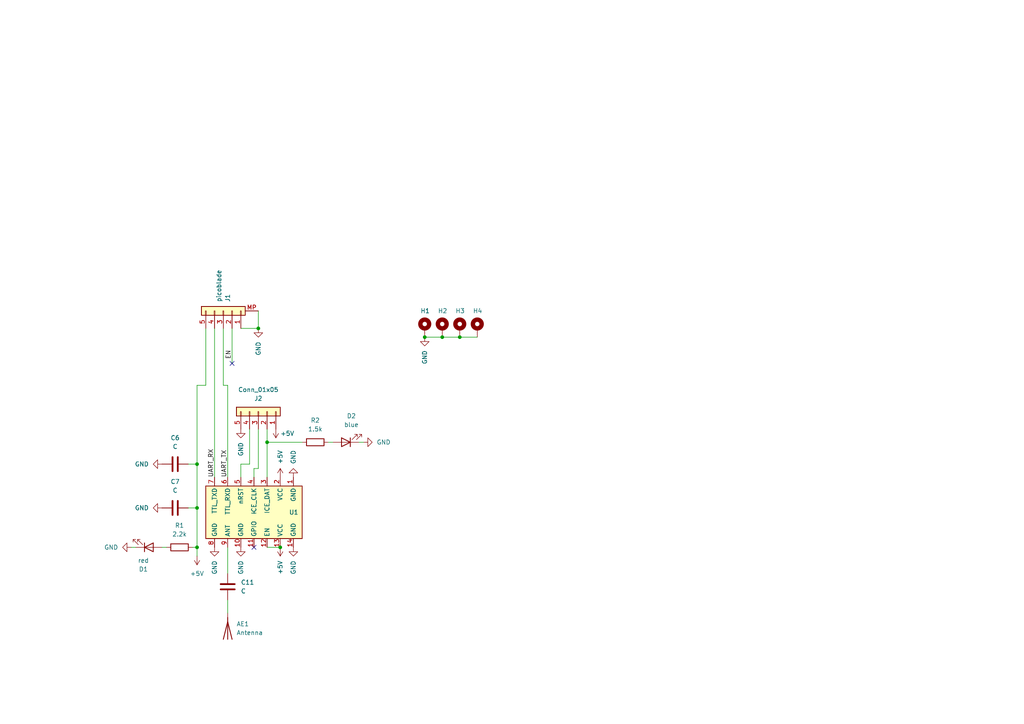
<source format=kicad_sch>
(kicad_sch (version 20230121) (generator eeschema)

  (uuid 057aacfa-f1e4-4456-b429-057d9e3da096)

  (paper "A4")

  (lib_symbols
    (symbol "Conn_01x05_1" (pin_names (offset 1.016) hide) (in_bom yes) (on_board yes)
      (property "Reference" "J" (at 0 7.62 0)
        (effects (font (size 1.27 1.27)))
      )
      (property "Value" "Conn_01x05" (at 0 -7.62 0)
        (effects (font (size 1.27 1.27)))
      )
      (property "Footprint" "" (at 0 0 0)
        (effects (font (size 1.27 1.27)) hide)
      )
      (property "Datasheet" "~" (at 0 0 0)
        (effects (font (size 1.27 1.27)) hide)
      )
      (property "ki_keywords" "connector" (at 0 0 0)
        (effects (font (size 1.27 1.27)) hide)
      )
      (property "ki_description" "Generic connector, single row, 01x05, script generated (kicad-library-utils/schlib/autogen/connector/)" (at 0 0 0)
        (effects (font (size 1.27 1.27)) hide)
      )
      (property "ki_fp_filters" "Connector*:*_1x??_*" (at 0 0 0)
        (effects (font (size 1.27 1.27)) hide)
      )
      (symbol "Conn_01x05_1_1_1"
        (rectangle (start -1.27 -4.953) (end 0 -5.207)
          (stroke (width 0.1524) (type default))
          (fill (type none))
        )
        (rectangle (start -1.27 -2.413) (end 0 -2.667)
          (stroke (width 0.1524) (type default))
          (fill (type none))
        )
        (rectangle (start -1.27 0.127) (end 0 -0.127)
          (stroke (width 0.1524) (type default))
          (fill (type none))
        )
        (rectangle (start -1.27 2.667) (end 0 2.413)
          (stroke (width 0.1524) (type default))
          (fill (type none))
        )
        (rectangle (start -1.27 5.207) (end 0 4.953)
          (stroke (width 0.1524) (type default))
          (fill (type none))
        )
        (rectangle (start -1.27 6.35) (end 1.27 -6.35)
          (stroke (width 0.254) (type default))
          (fill (type background))
        )
        (pin passive line (at -5.08 5.08 0) (length 3.81)
          (name "Pin_1" (effects (font (size 1.27 1.27))))
          (number "1" (effects (font (size 1.27 1.27))))
        )
        (pin passive line (at -5.08 2.54 0) (length 3.81)
          (name "Pin_2" (effects (font (size 1.27 1.27))))
          (number "2" (effects (font (size 1.27 1.27))))
        )
        (pin passive line (at -5.08 0 0) (length 3.81)
          (name "Pin_3" (effects (font (size 1.27 1.27))))
          (number "3" (effects (font (size 1.27 1.27))))
        )
        (pin passive line (at -5.08 -2.54 0) (length 3.81)
          (name "Pin_4" (effects (font (size 1.27 1.27))))
          (number "4" (effects (font (size 1.27 1.27))))
        )
        (pin passive line (at -5.08 -5.08 0) (length 3.81)
          (name "Pin_5" (effects (font (size 1.27 1.27))))
          (number "5" (effects (font (size 1.27 1.27))))
        )
      )
    )
    (symbol "Connector_Generic:Conn_01x05" (pin_names (offset 1.016) hide) (in_bom yes) (on_board yes)
      (property "Reference" "J2" (at 2.54 1.27 0)
        (effects (font (size 1.27 1.27)) (justify left))
      )
      (property "Value" "Conn_01x05" (at 2.54 -1.27 0)
        (effects (font (size 1.27 1.27)) (justify left))
      )
      (property "Footprint" "Connector_Molex:Molex_PicoBlade_53261-0571_1x05-1MP_P1.25mm_Horizontal" (at 0 0 0)
        (effects (font (size 1.27 1.27)) hide)
      )
      (property "Datasheet" "~" (at 0 0 0)
        (effects (font (size 1.27 1.27)) hide)
      )
      (property "ki_keywords" "connector" (at 0 0 0)
        (effects (font (size 1.27 1.27)) hide)
      )
      (property "ki_description" "Generic connector, single row, 01x05, script generated (kicad-library-utils/schlib/autogen/connector/)" (at 0 0 0)
        (effects (font (size 1.27 1.27)) hide)
      )
      (property "ki_fp_filters" "Connector*:*_1x??_*" (at 0 0 0)
        (effects (font (size 1.27 1.27)) hide)
      )
      (symbol "Conn_01x05_1_1"
        (rectangle (start -1.27 -4.953) (end 0 -5.207)
          (stroke (width 0.1524) (type default))
          (fill (type none))
        )
        (rectangle (start -1.27 -2.413) (end 0 -2.667)
          (stroke (width 0.1524) (type default))
          (fill (type none))
        )
        (rectangle (start -1.27 0.127) (end 0 -0.127)
          (stroke (width 0.1524) (type default))
          (fill (type none))
        )
        (rectangle (start -1.27 2.667) (end 0 2.413)
          (stroke (width 0.1524) (type default))
          (fill (type none))
        )
        (rectangle (start -1.27 5.207) (end 0 4.953)
          (stroke (width 0.1524) (type default))
          (fill (type none))
        )
        (rectangle (start -1.27 6.35) (end 1.27 -6.35)
          (stroke (width 0.254) (type default))
          (fill (type background))
        )
        (pin passive line (at -5.08 5.08 0) (length 3.81)
          (name "Pin_1" (effects (font (size 1.27 1.27))))
          (number "1" (effects (font (size 1.27 1.27))))
        )
        (pin passive line (at -5.08 2.54 0) (length 3.81)
          (name "Pin_2" (effects (font (size 1.27 1.27))))
          (number "2" (effects (font (size 1.27 1.27))))
        )
        (pin passive line (at -5.08 0 0) (length 3.81)
          (name "Pin_3" (effects (font (size 1.27 1.27))))
          (number "3" (effects (font (size 1.27 1.27))))
        )
        (pin passive line (at -5.08 -2.54 0) (length 3.81)
          (name "Pin_4" (effects (font (size 1.27 1.27))))
          (number "4" (effects (font (size 1.27 1.27))))
        )
        (pin passive line (at -5.08 -5.08 0) (length 3.81)
          (name "Pin_5" (effects (font (size 1.27 1.27))))
          (number "5" (effects (font (size 1.27 1.27))))
        )
        (pin input line (at 0 10.16 270) (length 3.81)
          (name "MP" (effects (font (size 1.27 1.27))))
          (number "MP" (effects (font (size 1.27 1.27))))
        )
      )
    )
    (symbol "Device:Antenna" (pin_numbers hide) (pin_names (offset 1.016) hide) (in_bom yes) (on_board yes)
      (property "Reference" "AE" (at -1.905 1.905 0)
        (effects (font (size 1.27 1.27)) (justify right))
      )
      (property "Value" "Antenna" (at -1.905 0 0)
        (effects (font (size 1.27 1.27)) (justify right))
      )
      (property "Footprint" "" (at 0 0 0)
        (effects (font (size 1.27 1.27)) hide)
      )
      (property "Datasheet" "~" (at 0 0 0)
        (effects (font (size 1.27 1.27)) hide)
      )
      (property "ki_keywords" "antenna" (at 0 0 0)
        (effects (font (size 1.27 1.27)) hide)
      )
      (property "ki_description" "Antenna" (at 0 0 0)
        (effects (font (size 1.27 1.27)) hide)
      )
      (symbol "Antenna_0_1"
        (polyline
          (pts
            (xy 0 2.54)
            (xy 0 -3.81)
          )
          (stroke (width 0.254) (type default))
          (fill (type none))
        )
        (polyline
          (pts
            (xy 1.27 2.54)
            (xy 0 -2.54)
            (xy -1.27 2.54)
          )
          (stroke (width 0.254) (type default))
          (fill (type none))
        )
      )
      (symbol "Antenna_1_1"
        (pin input line (at 0 -5.08 90) (length 2.54)
          (name "A" (effects (font (size 1.27 1.27))))
          (number "1" (effects (font (size 1.27 1.27))))
        )
      )
    )
    (symbol "Device:C" (pin_numbers hide) (pin_names (offset 0.254)) (in_bom yes) (on_board yes)
      (property "Reference" "C" (at 0.635 2.54 0)
        (effects (font (size 1.27 1.27)) (justify left))
      )
      (property "Value" "C" (at 0.635 -2.54 0)
        (effects (font (size 1.27 1.27)) (justify left))
      )
      (property "Footprint" "" (at 0.9652 -3.81 0)
        (effects (font (size 1.27 1.27)) hide)
      )
      (property "Datasheet" "~" (at 0 0 0)
        (effects (font (size 1.27 1.27)) hide)
      )
      (property "ki_keywords" "cap capacitor" (at 0 0 0)
        (effects (font (size 1.27 1.27)) hide)
      )
      (property "ki_description" "Unpolarized capacitor" (at 0 0 0)
        (effects (font (size 1.27 1.27)) hide)
      )
      (property "ki_fp_filters" "C_*" (at 0 0 0)
        (effects (font (size 1.27 1.27)) hide)
      )
      (symbol "C_0_1"
        (polyline
          (pts
            (xy -2.032 -0.762)
            (xy 2.032 -0.762)
          )
          (stroke (width 0.508) (type default))
          (fill (type none))
        )
        (polyline
          (pts
            (xy -2.032 0.762)
            (xy 2.032 0.762)
          )
          (stroke (width 0.508) (type default))
          (fill (type none))
        )
      )
      (symbol "C_1_1"
        (pin passive line (at 0 3.81 270) (length 2.794)
          (name "~" (effects (font (size 1.27 1.27))))
          (number "1" (effects (font (size 1.27 1.27))))
        )
        (pin passive line (at 0 -3.81 90) (length 2.794)
          (name "~" (effects (font (size 1.27 1.27))))
          (number "2" (effects (font (size 1.27 1.27))))
        )
      )
    )
    (symbol "Device:LED" (pin_numbers hide) (pin_names (offset 1.016) hide) (in_bom yes) (on_board yes)
      (property "Reference" "D" (at 0 2.54 0)
        (effects (font (size 1.27 1.27)))
      )
      (property "Value" "LED" (at 0 -2.54 0)
        (effects (font (size 1.27 1.27)))
      )
      (property "Footprint" "" (at 0 0 0)
        (effects (font (size 1.27 1.27)) hide)
      )
      (property "Datasheet" "~" (at 0 0 0)
        (effects (font (size 1.27 1.27)) hide)
      )
      (property "ki_keywords" "LED diode" (at 0 0 0)
        (effects (font (size 1.27 1.27)) hide)
      )
      (property "ki_description" "Light emitting diode" (at 0 0 0)
        (effects (font (size 1.27 1.27)) hide)
      )
      (property "ki_fp_filters" "LED* LED_SMD:* LED_THT:*" (at 0 0 0)
        (effects (font (size 1.27 1.27)) hide)
      )
      (symbol "LED_0_1"
        (polyline
          (pts
            (xy -1.27 -1.27)
            (xy -1.27 1.27)
          )
          (stroke (width 0.254) (type default))
          (fill (type none))
        )
        (polyline
          (pts
            (xy -1.27 0)
            (xy 1.27 0)
          )
          (stroke (width 0) (type default))
          (fill (type none))
        )
        (polyline
          (pts
            (xy 1.27 -1.27)
            (xy 1.27 1.27)
            (xy -1.27 0)
            (xy 1.27 -1.27)
          )
          (stroke (width 0.254) (type default))
          (fill (type none))
        )
        (polyline
          (pts
            (xy -3.048 -0.762)
            (xy -4.572 -2.286)
            (xy -3.81 -2.286)
            (xy -4.572 -2.286)
            (xy -4.572 -1.524)
          )
          (stroke (width 0) (type default))
          (fill (type none))
        )
        (polyline
          (pts
            (xy -1.778 -0.762)
            (xy -3.302 -2.286)
            (xy -2.54 -2.286)
            (xy -3.302 -2.286)
            (xy -3.302 -1.524)
          )
          (stroke (width 0) (type default))
          (fill (type none))
        )
      )
      (symbol "LED_1_1"
        (pin passive line (at -3.81 0 0) (length 2.54)
          (name "K" (effects (font (size 1.27 1.27))))
          (number "1" (effects (font (size 1.27 1.27))))
        )
        (pin passive line (at 3.81 0 180) (length 2.54)
          (name "A" (effects (font (size 1.27 1.27))))
          (number "2" (effects (font (size 1.27 1.27))))
        )
      )
    )
    (symbol "Device:R" (pin_numbers hide) (pin_names (offset 0)) (in_bom yes) (on_board yes)
      (property "Reference" "R" (at 2.032 0 90)
        (effects (font (size 1.27 1.27)))
      )
      (property "Value" "R" (at 0 0 90)
        (effects (font (size 1.27 1.27)))
      )
      (property "Footprint" "" (at -1.778 0 90)
        (effects (font (size 1.27 1.27)) hide)
      )
      (property "Datasheet" "~" (at 0 0 0)
        (effects (font (size 1.27 1.27)) hide)
      )
      (property "ki_keywords" "R res resistor" (at 0 0 0)
        (effects (font (size 1.27 1.27)) hide)
      )
      (property "ki_description" "Resistor" (at 0 0 0)
        (effects (font (size 1.27 1.27)) hide)
      )
      (property "ki_fp_filters" "R_*" (at 0 0 0)
        (effects (font (size 1.27 1.27)) hide)
      )
      (symbol "R_0_1"
        (rectangle (start -1.016 -2.54) (end 1.016 2.54)
          (stroke (width 0.254) (type default))
          (fill (type none))
        )
      )
      (symbol "R_1_1"
        (pin passive line (at 0 3.81 270) (length 1.27)
          (name "~" (effects (font (size 1.27 1.27))))
          (number "1" (effects (font (size 1.27 1.27))))
        )
        (pin passive line (at 0 -3.81 90) (length 1.27)
          (name "~" (effects (font (size 1.27 1.27))))
          (number "2" (effects (font (size 1.27 1.27))))
        )
      )
    )
    (symbol "Mechanical:MountingHole_Pad" (pin_numbers hide) (pin_names (offset 1.016) hide) (in_bom yes) (on_board yes)
      (property "Reference" "H" (at 0 6.35 0)
        (effects (font (size 1.27 1.27)))
      )
      (property "Value" "MountingHole_Pad" (at 0 4.445 0)
        (effects (font (size 1.27 1.27)))
      )
      (property "Footprint" "" (at 0 0 0)
        (effects (font (size 1.27 1.27)) hide)
      )
      (property "Datasheet" "~" (at 0 0 0)
        (effects (font (size 1.27 1.27)) hide)
      )
      (property "ki_keywords" "mounting hole" (at 0 0 0)
        (effects (font (size 1.27 1.27)) hide)
      )
      (property "ki_description" "Mounting Hole with connection" (at 0 0 0)
        (effects (font (size 1.27 1.27)) hide)
      )
      (property "ki_fp_filters" "MountingHole*Pad*" (at 0 0 0)
        (effects (font (size 1.27 1.27)) hide)
      )
      (symbol "MountingHole_Pad_0_1"
        (circle (center 0 1.27) (radius 1.27)
          (stroke (width 1.27) (type default))
          (fill (type none))
        )
      )
      (symbol "MountingHole_Pad_1_1"
        (pin input line (at 0 -2.54 90) (length 2.54)
          (name "1" (effects (font (size 1.27 1.27))))
          (number "1" (effects (font (size 1.27 1.27))))
        )
      )
    )
    (symbol "RFID_NFC_symbols:YRM200" (in_bom yes) (on_board yes)
      (property "Reference" "U" (at 0 11.43 0)
        (effects (font (size 1.27 1.27)))
      )
      (property "Value" "" (at 0 0 0)
        (effects (font (size 1.27 1.27)))
      )
      (property "Footprint" "" (at 0 0 0)
        (effects (font (size 1.27 1.27)) hide)
      )
      (property "Datasheet" "" (at 0 0 0)
        (effects (font (size 1.27 1.27)) hide)
      )
      (symbol "YRM200_1_1"
        (rectangle (start -7.62 13.97) (end 7.62 -13.97)
          (stroke (width 0.254) (type default))
          (fill (type background))
        )
        (pin power_in line (at -10.16 11.43 0) (length 2.54)
          (name "GND" (effects (font (size 1.27 1.27))))
          (number "1" (effects (font (size 1.27 1.27))))
        )
        (pin power_in line (at 10.16 -3.81 180) (length 2.54)
          (name "GND" (effects (font (size 1.27 1.27))))
          (number "10" (effects (font (size 1.27 1.27))))
        )
        (pin tri_state line (at 10.16 0 180) (length 2.54)
          (name "GPIO" (effects (font (size 1.27 1.27))))
          (number "11" (effects (font (size 1.27 1.27))))
        )
        (pin input line (at 10.16 3.81 180) (length 2.54)
          (name "EN" (effects (font (size 1.27 1.27))))
          (number "12" (effects (font (size 1.27 1.27))))
        )
        (pin power_in line (at 10.16 7.62 180) (length 2.54)
          (name "VCC" (effects (font (size 1.27 1.27))))
          (number "13" (effects (font (size 1.27 1.27))))
        )
        (pin power_in line (at 10.16 11.43 180) (length 2.54)
          (name "GND" (effects (font (size 1.27 1.27))))
          (number "14" (effects (font (size 1.27 1.27))))
        )
        (pin power_in line (at -10.16 7.62 0) (length 2.54)
          (name "VCC" (effects (font (size 1.27 1.27))))
          (number "2" (effects (font (size 1.27 1.27))))
        )
        (pin output line (at -10.16 3.81 0) (length 2.54)
          (name "ICE_DAT" (effects (font (size 1.27 1.27))))
          (number "3" (effects (font (size 1.27 1.27))))
          (alternate "status" output line)
        )
        (pin input line (at -10.16 0 0) (length 2.54)
          (name "ICE_CLK" (effects (font (size 1.27 1.27))))
          (number "4" (effects (font (size 1.27 1.27))))
        )
        (pin input line (at -10.16 -3.81 0) (length 2.54)
          (name "nRST" (effects (font (size 1.27 1.27))))
          (number "5" (effects (font (size 1.27 1.27))))
        )
        (pin input line (at -10.16 -7.62 0) (length 2.54)
          (name "TTL_RXD" (effects (font (size 1.27 1.27))))
          (number "6" (effects (font (size 1.27 1.27))))
        )
        (pin output line (at -10.16 -11.43 0) (length 2.54)
          (name "TTL_TXD" (effects (font (size 1.27 1.27))))
          (number "7" (effects (font (size 1.27 1.27))))
        )
        (pin power_in line (at 10.16 -11.43 180) (length 2.54)
          (name "GND" (effects (font (size 1.27 1.27))))
          (number "8" (effects (font (size 1.27 1.27))))
        )
        (pin bidirectional line (at 10.16 -7.62 180) (length 2.54)
          (name "ANT" (effects (font (size 1.27 1.27))))
          (number "9" (effects (font (size 1.27 1.27))))
        )
      )
    )
    (symbol "power:+5V" (power) (pin_names (offset 0)) (in_bom yes) (on_board yes)
      (property "Reference" "#PWR" (at 0 -3.81 0)
        (effects (font (size 1.27 1.27)) hide)
      )
      (property "Value" "+5V" (at 0 3.556 0)
        (effects (font (size 1.27 1.27)))
      )
      (property "Footprint" "" (at 0 0 0)
        (effects (font (size 1.27 1.27)) hide)
      )
      (property "Datasheet" "" (at 0 0 0)
        (effects (font (size 1.27 1.27)) hide)
      )
      (property "ki_keywords" "global power" (at 0 0 0)
        (effects (font (size 1.27 1.27)) hide)
      )
      (property "ki_description" "Power symbol creates a global label with name \"+5V\"" (at 0 0 0)
        (effects (font (size 1.27 1.27)) hide)
      )
      (symbol "+5V_0_1"
        (polyline
          (pts
            (xy -0.762 1.27)
            (xy 0 2.54)
          )
          (stroke (width 0) (type default))
          (fill (type none))
        )
        (polyline
          (pts
            (xy 0 0)
            (xy 0 2.54)
          )
          (stroke (width 0) (type default))
          (fill (type none))
        )
        (polyline
          (pts
            (xy 0 2.54)
            (xy 0.762 1.27)
          )
          (stroke (width 0) (type default))
          (fill (type none))
        )
      )
      (symbol "+5V_1_1"
        (pin power_in line (at 0 0 90) (length 0) hide
          (name "+5V" (effects (font (size 1.27 1.27))))
          (number "1" (effects (font (size 1.27 1.27))))
        )
      )
    )
    (symbol "power:GND" (power) (pin_names (offset 0)) (in_bom yes) (on_board yes)
      (property "Reference" "#PWR" (at 0 -6.35 0)
        (effects (font (size 1.27 1.27)) hide)
      )
      (property "Value" "GND" (at 0 -3.81 0)
        (effects (font (size 1.27 1.27)))
      )
      (property "Footprint" "" (at 0 0 0)
        (effects (font (size 1.27 1.27)) hide)
      )
      (property "Datasheet" "" (at 0 0 0)
        (effects (font (size 1.27 1.27)) hide)
      )
      (property "ki_keywords" "global power" (at 0 0 0)
        (effects (font (size 1.27 1.27)) hide)
      )
      (property "ki_description" "Power symbol creates a global label with name \"GND\" , ground" (at 0 0 0)
        (effects (font (size 1.27 1.27)) hide)
      )
      (symbol "GND_0_1"
        (polyline
          (pts
            (xy 0 0)
            (xy 0 -1.27)
            (xy 1.27 -1.27)
            (xy 0 -2.54)
            (xy -1.27 -1.27)
            (xy 0 -1.27)
          )
          (stroke (width 0) (type default))
          (fill (type none))
        )
      )
      (symbol "GND_1_1"
        (pin power_in line (at 0 0 270) (length 0) hide
          (name "GND" (effects (font (size 1.27 1.27))))
          (number "1" (effects (font (size 1.27 1.27))))
        )
      )
    )
  )

  (junction (at 133.35 97.79) (diameter 0) (color 0 0 0 0)
    (uuid 05efe92e-3d42-45ae-b9e2-02fecc3b16ce)
  )
  (junction (at 77.47 128.27) (diameter 0) (color 0 0 0 0)
    (uuid 0a6a846b-9d1d-4074-9fe7-1f93ca6e3576)
  )
  (junction (at 57.15 147.32) (diameter 0) (color 0 0 0 0)
    (uuid 1573f525-b754-4ad2-9116-9353d3b50993)
  )
  (junction (at 57.15 134.62) (diameter 0) (color 0 0 0 0)
    (uuid 2490a4d0-c84b-4200-9da1-46c9447ebd93)
  )
  (junction (at 74.93 95.25) (diameter 0) (color 0 0 0 0)
    (uuid 8899b3d5-b944-42e7-8b48-cd03fdb507a8)
  )
  (junction (at 128.27 97.79) (diameter 0) (color 0 0 0 0)
    (uuid 9cd629c3-20a5-4eb8-97bd-cb74d3e15e79)
  )
  (junction (at 81.28 158.75) (diameter 0) (color 0 0 0 0)
    (uuid a4325e08-282c-4085-9c70-b26c5cad8365)
  )
  (junction (at 57.15 158.75) (diameter 0) (color 0 0 0 0)
    (uuid b25ed4e6-f9d6-4ce6-aa35-486cfd98124a)
  )
  (junction (at 123.19 97.79) (diameter 0) (color 0 0 0 0)
    (uuid ca8dd296-6573-488d-98b5-3cf8648e9ee5)
  )

  (no_connect (at 73.66 158.75) (uuid 2dd9c8bb-ba74-4877-a57d-a6c5f71a6878))
  (no_connect (at 67.31 105.41) (uuid f766adab-3e5e-413c-a155-ab62b50da82a))

  (wire (pts (xy 73.66 135.89) (xy 73.66 138.43))
    (stroke (width 0) (type default))
    (uuid 0750650c-0f6e-4acf-a375-4c7d7d3deb0f)
  )
  (wire (pts (xy 74.93 124.46) (xy 74.93 135.89))
    (stroke (width 0) (type default))
    (uuid 0ddba27f-b80e-4ff7-a080-f9e5d2cad59d)
  )
  (wire (pts (xy 69.85 134.62) (xy 69.85 138.43))
    (stroke (width 0) (type default))
    (uuid 14b4c2ea-0f03-4c2c-a232-f1a634694c1c)
  )
  (wire (pts (xy 39.37 158.75) (xy 38.1 158.75))
    (stroke (width 0) (type default))
    (uuid 1524ffd5-0cda-4086-936a-c968274517d6)
  )
  (wire (pts (xy 57.15 111.76) (xy 59.69 111.76))
    (stroke (width 0) (type default))
    (uuid 19ffa98a-0a26-4507-bb91-e581fc00da7a)
  )
  (wire (pts (xy 128.27 97.79) (xy 133.35 97.79))
    (stroke (width 0) (type default))
    (uuid 28f90ab5-fdab-4565-936f-a95fa924aca5)
  )
  (wire (pts (xy 95.25 128.27) (xy 96.52 128.27))
    (stroke (width 0) (type default))
    (uuid 2a698072-adbf-4e01-bbe6-1f7aa4e8134a)
  )
  (wire (pts (xy 62.23 95.25) (xy 62.23 138.43))
    (stroke (width 0) (type default))
    (uuid 4b72f549-8c44-4367-9fe1-911efef9b76c)
  )
  (wire (pts (xy 48.26 158.75) (xy 46.99 158.75))
    (stroke (width 0) (type default))
    (uuid 505bd5d6-7574-474a-a103-5b9d43d16661)
  )
  (wire (pts (xy 67.31 95.25) (xy 67.31 105.41))
    (stroke (width 0) (type default))
    (uuid 566c8698-a14e-4871-bd22-63acd846c2b4)
  )
  (wire (pts (xy 57.15 147.32) (xy 54.61 147.32))
    (stroke (width 0) (type default))
    (uuid 5dd1ef0d-c476-4edb-93a8-822f82a64743)
  )
  (wire (pts (xy 72.39 124.46) (xy 72.39 134.62))
    (stroke (width 0) (type default))
    (uuid 66abd687-953d-4d43-98ca-83120e6f478d)
  )
  (wire (pts (xy 77.47 128.27) (xy 77.47 138.43))
    (stroke (width 0) (type default))
    (uuid 6ed75802-d9f1-47a4-9b4b-a046b5a1c6eb)
  )
  (wire (pts (xy 59.69 111.76) (xy 59.69 95.25))
    (stroke (width 0) (type default))
    (uuid 6f2323c3-1e5a-45fc-af51-a2915bbacbca)
  )
  (wire (pts (xy 77.47 124.46) (xy 77.47 128.27))
    (stroke (width 0) (type default))
    (uuid 70fde25c-3143-49fb-ac13-5d742e03c5d0)
  )
  (wire (pts (xy 74.93 135.89) (xy 73.66 135.89))
    (stroke (width 0) (type default))
    (uuid 75d5333d-7d3c-48d4-8975-3587bcc67566)
  )
  (wire (pts (xy 66.04 177.8) (xy 66.04 173.99))
    (stroke (width 0) (type default))
    (uuid 7f866ca2-979b-440f-ba54-998d56e714d5)
  )
  (wire (pts (xy 72.39 134.62) (xy 69.85 134.62))
    (stroke (width 0) (type default))
    (uuid 8ed615bc-8106-4c83-84c3-738c804d39e3)
  )
  (wire (pts (xy 57.15 147.32) (xy 57.15 158.75))
    (stroke (width 0) (type default))
    (uuid 90f42395-4ccc-43f5-971b-bcb09200626a)
  )
  (wire (pts (xy 66.04 158.75) (xy 66.04 166.37))
    (stroke (width 0) (type default))
    (uuid 92ea7756-8a42-4104-b777-7976dd4be1b5)
  )
  (wire (pts (xy 104.14 128.27) (xy 105.41 128.27))
    (stroke (width 0) (type default))
    (uuid 930d590d-2214-44ec-80c6-4fcf09c7e2ba)
  )
  (wire (pts (xy 74.93 95.25) (xy 74.93 90.17))
    (stroke (width 0) (type default))
    (uuid 97c1e4df-6ccb-4e77-898f-f82a4e41bca4)
  )
  (wire (pts (xy 64.77 111.76) (xy 66.04 111.76))
    (stroke (width 0) (type default))
    (uuid 97cc86fd-a095-4288-849d-f1281c812d76)
  )
  (wire (pts (xy 57.15 111.76) (xy 57.15 134.62))
    (stroke (width 0) (type default))
    (uuid a1ed2a07-61c8-46e6-9497-827f05099ddb)
  )
  (wire (pts (xy 133.35 97.79) (xy 138.43 97.79))
    (stroke (width 0) (type default))
    (uuid a366f79d-ed9d-46ef-9373-dccf0589a736)
  )
  (wire (pts (xy 57.15 134.62) (xy 57.15 147.32))
    (stroke (width 0) (type default))
    (uuid b4f8672e-01cb-45aa-a41a-d779c4d77012)
  )
  (wire (pts (xy 57.15 158.75) (xy 55.88 158.75))
    (stroke (width 0) (type default))
    (uuid b9816f01-cd44-4a77-908e-187c82faef56)
  )
  (wire (pts (xy 57.15 158.75) (xy 57.15 161.29))
    (stroke (width 0) (type default))
    (uuid ba3d3cdf-ef95-4c54-a2bd-7b3a2cbab471)
  )
  (wire (pts (xy 123.19 97.79) (xy 128.27 97.79))
    (stroke (width 0) (type default))
    (uuid bc6c89b0-8ab4-4fbf-96d8-b2ebf2c1c172)
  )
  (wire (pts (xy 57.15 134.62) (xy 54.61 134.62))
    (stroke (width 0) (type default))
    (uuid cc34c7f1-ebed-4bf9-bb8a-1b68daa70561)
  )
  (wire (pts (xy 77.47 158.75) (xy 81.28 158.75))
    (stroke (width 0) (type default))
    (uuid d6df7dcb-9aef-4231-8d9f-50d320009ecb)
  )
  (wire (pts (xy 69.85 95.25) (xy 74.93 95.25))
    (stroke (width 0) (type default))
    (uuid db6ae2e0-d03e-49dd-84d9-8786df39bc2f)
  )
  (wire (pts (xy 66.04 111.76) (xy 66.04 138.43))
    (stroke (width 0) (type default))
    (uuid e1f5000c-89aa-4950-a5e9-d4e9d17168f2)
  )
  (wire (pts (xy 64.77 111.76) (xy 64.77 95.25))
    (stroke (width 0) (type default))
    (uuid e7c35922-3099-41cf-be19-8b0a1ee8005c)
  )
  (wire (pts (xy 77.47 128.27) (xy 87.63 128.27))
    (stroke (width 0) (type default))
    (uuid fe1b62c0-b3dc-4199-935d-e14519ffa623)
  )

  (label "UART_RX" (at 62.23 138.43 90) (fields_autoplaced)
    (effects (font (size 1.27 1.27)) (justify left bottom))
    (uuid 8bf23f62-6333-4b2c-aabc-bdd5d1dc6960)
  )
  (label "EN" (at 67.31 104.14 90) (fields_autoplaced)
    (effects (font (size 1.27 1.27)) (justify left bottom))
    (uuid ae56fe69-8f6c-4440-8607-0feb528fb52a)
  )
  (label "UART_TX" (at 66.04 138.43 90) (fields_autoplaced)
    (effects (font (size 1.27 1.27)) (justify left bottom))
    (uuid d7d2a1a8-4b67-4fe5-a623-2b6b9f220d5c)
  )

  (symbol (lib_id "Device:Antenna") (at 66.04 182.88 180) (unit 1)
    (in_bom yes) (on_board yes) (dnp no) (fields_autoplaced)
    (uuid 0109951a-c737-4ac9-82af-3aede1916f2a)
    (property "Reference" "AE1" (at 68.58 180.975 0)
      (effects (font (size 1.27 1.27)) (justify right))
    )
    (property "Value" "Antenna" (at 68.58 183.515 0)
      (effects (font (size 1.27 1.27)) (justify right))
    )
    (property "Footprint" "RFID_NFC_footprints:UHF_RFID_25x25_antenna" (at 66.04 182.88 0)
      (effects (font (size 1.27 1.27)) hide)
    )
    (property "Datasheet" "~" (at 66.04 182.88 0)
      (effects (font (size 1.27 1.27)) hide)
    )
    (pin "1" (uuid 593fb91b-1b84-4250-9091-8fbaa74af8d6))
    (instances
      (project "YRM1001"
        (path "/057aacfa-f1e4-4456-b429-057d9e3da096"
          (reference "AE1") (unit 1)
        )
      )
    )
  )

  (symbol (lib_id "power:GND") (at 69.85 158.75 0) (mirror y) (unit 1)
    (in_bom yes) (on_board yes) (dnp no) (fields_autoplaced)
    (uuid 097c1247-ac2a-4f08-aeaf-34c31addbff9)
    (property "Reference" "#PWR012" (at 69.85 165.1 0)
      (effects (font (size 1.27 1.27)) hide)
    )
    (property "Value" "GND" (at 69.85 162.56 90)
      (effects (font (size 1.27 1.27)) (justify right))
    )
    (property "Footprint" "" (at 69.85 158.75 0)
      (effects (font (size 1.27 1.27)) hide)
    )
    (property "Datasheet" "" (at 69.85 158.75 0)
      (effects (font (size 1.27 1.27)) hide)
    )
    (pin "1" (uuid c33d3fa9-08b0-44c2-a26e-6343a0e67d12))
    (instances
      (project "YRM1001"
        (path "/057aacfa-f1e4-4456-b429-057d9e3da096"
          (reference "#PWR012") (unit 1)
        )
      )
      (project "UHF RFID board"
        (path "/d8d0a45f-1f46-4ba4-9944-4b3c9d150d73"
          (reference "#PWR02") (unit 1)
        )
      )
    )
  )

  (symbol (lib_id "Mechanical:MountingHole_Pad") (at 128.27 95.25 0) (unit 1)
    (in_bom yes) (on_board yes) (dnp no)
    (uuid 27a2d1ad-f48a-4702-94f9-47f4fe11cee3)
    (property "Reference" "H2" (at 127 90.17 0)
      (effects (font (size 1.27 1.27)) (justify left))
    )
    (property "Value" "MountingHole_Pad" (at 120.4892 100.33 0)
      (effects (font (size 1.27 1.27)) (justify left) hide)
    )
    (property "Footprint" "MountingHole:MountingHole_2.2mm_M2_ISO7380_Pad" (at 128.27 95.25 0)
      (effects (font (size 1.27 1.27)) hide)
    )
    (property "Datasheet" "~" (at 128.27 95.25 0)
      (effects (font (size 1.27 1.27)) hide)
    )
    (pin "1" (uuid f087a63d-35e4-4269-a74c-6c67c6b0c3fd))
    (instances
      (project "YRM1001"
        (path "/057aacfa-f1e4-4456-b429-057d9e3da096"
          (reference "H2") (unit 1)
        )
      )
    )
  )

  (symbol (lib_id "power:GND") (at 85.09 158.75 0) (mirror y) (unit 1)
    (in_bom yes) (on_board yes) (dnp no)
    (uuid 2d4be04e-b7ff-471e-b678-8fddc16861ec)
    (property "Reference" "#PWR08" (at 85.09 165.1 0)
      (effects (font (size 1.27 1.27)) hide)
    )
    (property "Value" "GND" (at 85.09 162.56 90)
      (effects (font (size 1.27 1.27)) (justify right))
    )
    (property "Footprint" "" (at 85.09 158.75 0)
      (effects (font (size 1.27 1.27)) hide)
    )
    (property "Datasheet" "" (at 85.09 158.75 0)
      (effects (font (size 1.27 1.27)) hide)
    )
    (pin "1" (uuid 9791584e-014b-4474-9aa6-3554f30eac26))
    (instances
      (project "YRM1001"
        (path "/057aacfa-f1e4-4456-b429-057d9e3da096"
          (reference "#PWR08") (unit 1)
        )
      )
      (project "UHF RFID board"
        (path "/d8d0a45f-1f46-4ba4-9944-4b3c9d150d73"
          (reference "#PWR02") (unit 1)
        )
      )
    )
  )

  (symbol (lib_id "Connector_Generic:Conn_01x05") (at 64.77 90.17 270) (mirror x) (unit 1)
    (in_bom yes) (on_board yes) (dnp no) (fields_autoplaced)
    (uuid 32bd12b7-4a3e-42ba-a180-0246ffc46bf2)
    (property "Reference" "J1" (at 66.04 87.63 0)
      (effects (font (size 1.27 1.27)) (justify left))
    )
    (property "Value" "picoblade" (at 63.5 87.63 0)
      (effects (font (size 1.27 1.27)) (justify left))
    )
    (property "Footprint" "Connector_Molex:Molex_PicoBlade_53261-0571_1x05-1MP_P1.25mm_Horizontal" (at 64.77 90.17 0)
      (effects (font (size 1.27 1.27)) hide)
    )
    (property "Datasheet" "~" (at 64.77 90.17 0)
      (effects (font (size 1.27 1.27)) hide)
    )
    (property "mouser" "https://www.mouser.fr/ProductDetail/Molex/53261-0571?qs=Z4ettq%2Fvyk9tUNWvtq%2FUoA%3D%3D" (at 64.77 90.17 0)
      (effects (font (size 1.27 1.27)) hide)
    )
    (property "Aliexpress" "" (at 64.77 90.17 0)
      (effects (font (size 1.27 1.27)) hide)
    )
    (pin "1" (uuid 43d22f42-c6b9-4ab9-8c50-0f365d42e90f))
    (pin "2" (uuid 3074f616-1f13-4a53-b141-29429354e214))
    (pin "3" (uuid b0eb7c82-f0e8-488e-8c19-af060b0158ec))
    (pin "4" (uuid 41fdeb0d-6b85-49ee-b8fd-26a7206f79ef))
    (pin "5" (uuid 7011d3b2-45ac-44cb-8b78-4a7a2cb3a3ff))
    (pin "MP" (uuid bab56754-3134-4060-af4e-4174c94c8a2b))
    (instances
      (project "YRM1001"
        (path "/057aacfa-f1e4-4456-b429-057d9e3da096"
          (reference "J1") (unit 1)
        )
      )
      (project "UHF RFID board"
        (path "/d8d0a45f-1f46-4ba4-9944-4b3c9d150d73"
          (reference "J2") (unit 1)
        )
      )
    )
  )

  (symbol (lib_id "Device:LED") (at 100.33 128.27 180) (unit 1)
    (in_bom yes) (on_board yes) (dnp no) (fields_autoplaced)
    (uuid 34bf8a2a-f43e-4852-922e-44d69585cc0c)
    (property "Reference" "D2" (at 101.9175 120.65 0)
      (effects (font (size 1.27 1.27)))
    )
    (property "Value" "blue" (at 101.9175 123.19 0)
      (effects (font (size 1.27 1.27)))
    )
    (property "Footprint" "LED_SMD:LED_0805_2012Metric_Pad1.15x1.40mm_HandSolder" (at 100.33 128.27 0)
      (effects (font (size 1.27 1.27)) hide)
    )
    (property "Datasheet" "~" (at 100.33 128.27 0)
      (effects (font (size 1.27 1.27)) hide)
    )
    (pin "1" (uuid 80c89535-0b2d-4f31-92d8-6f3bc18d843c))
    (pin "2" (uuid 6aa2d471-f45e-418a-a2d8-6f44e705a149))
    (instances
      (project "YRM1001"
        (path "/057aacfa-f1e4-4456-b429-057d9e3da096"
          (reference "D2") (unit 1)
        )
      )
    )
  )

  (symbol (lib_id "power:+5V") (at 80.01 124.46 0) (mirror x) (unit 1)
    (in_bom yes) (on_board yes) (dnp no)
    (uuid 34eeda72-b589-48be-8a89-dc4014c7541f)
    (property "Reference" "#PWR03" (at 80.01 120.65 0)
      (effects (font (size 1.27 1.27)) hide)
    )
    (property "Value" "+5V" (at 81.28 125.73 0)
      (effects (font (size 1.27 1.27)) (justify left))
    )
    (property "Footprint" "" (at 80.01 124.46 0)
      (effects (font (size 1.27 1.27)) hide)
    )
    (property "Datasheet" "" (at 80.01 124.46 0)
      (effects (font (size 1.27 1.27)) hide)
    )
    (pin "1" (uuid 9ac5f57c-f28d-4b43-8a99-8102deefbcde))
    (instances
      (project "YRM1001"
        (path "/057aacfa-f1e4-4456-b429-057d9e3da096"
          (reference "#PWR03") (unit 1)
        )
      )
      (project "UHF RFID board"
        (path "/d8d0a45f-1f46-4ba4-9944-4b3c9d150d73"
          (reference "#PWR06") (unit 1)
        )
      )
    )
  )

  (symbol (lib_id "Mechanical:MountingHole_Pad") (at 138.43 95.25 0) (unit 1)
    (in_bom yes) (on_board yes) (dnp no)
    (uuid 3b1a2232-5886-4b1d-8d3d-244bb99ecb76)
    (property "Reference" "H4" (at 137.16 90.17 0)
      (effects (font (size 1.27 1.27)) (justify left))
    )
    (property "Value" "MountingHole_Pad" (at 129.54 100.33 0)
      (effects (font (size 1.27 1.27)) (justify left) hide)
    )
    (property "Footprint" "MountingHole:MountingHole_2.2mm_M2_ISO7380_Pad" (at 138.43 95.25 0)
      (effects (font (size 1.27 1.27)) hide)
    )
    (property "Datasheet" "~" (at 138.43 95.25 0)
      (effects (font (size 1.27 1.27)) hide)
    )
    (pin "1" (uuid f36929f7-334d-4a35-bab0-bddf8df99793))
    (instances
      (project "YRM1001"
        (path "/057aacfa-f1e4-4456-b429-057d9e3da096"
          (reference "H4") (unit 1)
        )
      )
    )
  )

  (symbol (lib_id "Device:C") (at 66.04 170.18 180) (unit 1)
    (in_bom yes) (on_board yes) (dnp no) (fields_autoplaced)
    (uuid 40ea8769-0e18-46bb-9f19-a9d63ed9cebe)
    (property "Reference" "C11" (at 69.85 168.91 0)
      (effects (font (size 1.27 1.27)) (justify right))
    )
    (property "Value" "C" (at 69.85 171.45 0)
      (effects (font (size 1.27 1.27)) (justify right))
    )
    (property "Footprint" "Capacitor_SMD:C_0805_2012Metric_Pad1.18x1.45mm_HandSolder" (at 65.0748 166.37 0)
      (effects (font (size 1.27 1.27)) hide)
    )
    (property "Datasheet" "~" (at 66.04 170.18 0)
      (effects (font (size 1.27 1.27)) hide)
    )
    (pin "1" (uuid ff28d53e-d8fc-4e03-8082-961cb5a1699b))
    (pin "2" (uuid 10ee113a-6afc-4570-b6e1-567f711a08ee))
    (instances
      (project "YRM1001"
        (path "/057aacfa-f1e4-4456-b429-057d9e3da096"
          (reference "C11") (unit 1)
        )
      )
    )
  )

  (symbol (lib_id "power:+5V") (at 81.28 138.43 0) (mirror y) (unit 1)
    (in_bom yes) (on_board yes) (dnp no)
    (uuid 47d6c55c-48e0-4d28-831d-4a8948efc11c)
    (property "Reference" "#PWR015" (at 81.28 142.24 0)
      (effects (font (size 1.27 1.27)) hide)
    )
    (property "Value" "+5V" (at 81.28 134.62 90)
      (effects (font (size 1.27 1.27)) (justify left))
    )
    (property "Footprint" "" (at 81.28 138.43 0)
      (effects (font (size 1.27 1.27)) hide)
    )
    (property "Datasheet" "" (at 81.28 138.43 0)
      (effects (font (size 1.27 1.27)) hide)
    )
    (pin "1" (uuid 87f98432-ca9f-4bbd-a92f-47eb6585abd4))
    (instances
      (project "YRM1001"
        (path "/057aacfa-f1e4-4456-b429-057d9e3da096"
          (reference "#PWR015") (unit 1)
        )
      )
      (project "UHF RFID board"
        (path "/d8d0a45f-1f46-4ba4-9944-4b3c9d150d73"
          (reference "#PWR06") (unit 1)
        )
      )
    )
  )

  (symbol (lib_id "power:GND") (at 85.09 138.43 0) (mirror x) (unit 1)
    (in_bom yes) (on_board yes) (dnp no)
    (uuid 4e38294f-fd78-440a-9ede-844bc144ca65)
    (property "Reference" "#PWR09" (at 85.09 132.08 0)
      (effects (font (size 1.27 1.27)) hide)
    )
    (property "Value" "GND" (at 85.09 134.62 90)
      (effects (font (size 1.27 1.27)) (justify right))
    )
    (property "Footprint" "" (at 85.09 138.43 0)
      (effects (font (size 1.27 1.27)) hide)
    )
    (property "Datasheet" "" (at 85.09 138.43 0)
      (effects (font (size 1.27 1.27)) hide)
    )
    (pin "1" (uuid 0b488171-7679-4bd2-8e5d-becedb46ba9d))
    (instances
      (project "YRM1001"
        (path "/057aacfa-f1e4-4456-b429-057d9e3da096"
          (reference "#PWR09") (unit 1)
        )
      )
      (project "UHF RFID board"
        (path "/d8d0a45f-1f46-4ba4-9944-4b3c9d150d73"
          (reference "#PWR02") (unit 1)
        )
      )
    )
  )

  (symbol (lib_id "power:GND") (at 46.99 147.32 270) (mirror x) (unit 1)
    (in_bom yes) (on_board yes) (dnp no)
    (uuid 5298e9d4-e05d-4b2e-be09-5f3903824275)
    (property "Reference" "#PWR011" (at 40.64 147.32 0)
      (effects (font (size 1.27 1.27)) hide)
    )
    (property "Value" "GND" (at 43.18 147.32 90)
      (effects (font (size 1.27 1.27)) (justify right))
    )
    (property "Footprint" "" (at 46.99 147.32 0)
      (effects (font (size 1.27 1.27)) hide)
    )
    (property "Datasheet" "" (at 46.99 147.32 0)
      (effects (font (size 1.27 1.27)) hide)
    )
    (pin "1" (uuid 59ae1118-d0df-4dc7-a411-c5a7db975704))
    (instances
      (project "YRM1001"
        (path "/057aacfa-f1e4-4456-b429-057d9e3da096"
          (reference "#PWR011") (unit 1)
        )
      )
      (project "UHF RFID board"
        (path "/d8d0a45f-1f46-4ba4-9944-4b3c9d150d73"
          (reference "#PWR08") (unit 1)
        )
      )
    )
  )

  (symbol (lib_id "power:GND") (at 62.23 158.75 0) (mirror y) (unit 1)
    (in_bom yes) (on_board yes) (dnp no) (fields_autoplaced)
    (uuid 54999579-3174-4c8c-b085-8f94a2295eb9)
    (property "Reference" "#PWR07" (at 62.23 165.1 0)
      (effects (font (size 1.27 1.27)) hide)
    )
    (property "Value" "GND" (at 62.23 162.56 90)
      (effects (font (size 1.27 1.27)) (justify right))
    )
    (property "Footprint" "" (at 62.23 158.75 0)
      (effects (font (size 1.27 1.27)) hide)
    )
    (property "Datasheet" "" (at 62.23 158.75 0)
      (effects (font (size 1.27 1.27)) hide)
    )
    (pin "1" (uuid 2ae0b40f-6b78-4071-8ab1-2a8290bf5152))
    (instances
      (project "YRM1001"
        (path "/057aacfa-f1e4-4456-b429-057d9e3da096"
          (reference "#PWR07") (unit 1)
        )
      )
      (project "UHF RFID board"
        (path "/d8d0a45f-1f46-4ba4-9944-4b3c9d150d73"
          (reference "#PWR02") (unit 1)
        )
      )
    )
  )

  (symbol (lib_id "power:GND") (at 38.1 158.75 270) (mirror x) (unit 1)
    (in_bom yes) (on_board yes) (dnp no)
    (uuid 7d7254f6-2ad0-4d30-8249-26d8543d2d45)
    (property "Reference" "#PWR05" (at 31.75 158.75 0)
      (effects (font (size 1.27 1.27)) hide)
    )
    (property "Value" "GND" (at 34.29 158.75 90)
      (effects (font (size 1.27 1.27)) (justify right))
    )
    (property "Footprint" "" (at 38.1 158.75 0)
      (effects (font (size 1.27 1.27)) hide)
    )
    (property "Datasheet" "" (at 38.1 158.75 0)
      (effects (font (size 1.27 1.27)) hide)
    )
    (pin "1" (uuid 013633aa-9211-4880-b270-097a2d5e1555))
    (instances
      (project "YRM1001"
        (path "/057aacfa-f1e4-4456-b429-057d9e3da096"
          (reference "#PWR05") (unit 1)
        )
      )
      (project "UHF RFID board"
        (path "/d8d0a45f-1f46-4ba4-9944-4b3c9d150d73"
          (reference "#PWR08") (unit 1)
        )
      )
    )
  )

  (symbol (lib_id "power:GND") (at 123.19 97.79 0) (mirror y) (unit 1)
    (in_bom yes) (on_board yes) (dnp no)
    (uuid 7f536f12-f17c-492b-bd26-2e222455cee5)
    (property "Reference" "#PWR014" (at 123.19 104.14 0)
      (effects (font (size 1.27 1.27)) hide)
    )
    (property "Value" "GND" (at 123.19 101.6 90)
      (effects (font (size 1.27 1.27)) (justify right))
    )
    (property "Footprint" "" (at 123.19 97.79 0)
      (effects (font (size 1.27 1.27)) hide)
    )
    (property "Datasheet" "" (at 123.19 97.79 0)
      (effects (font (size 1.27 1.27)) hide)
    )
    (pin "1" (uuid 57414c44-7dde-46fa-8e93-0a6fe8b590ff))
    (instances
      (project "YRM1001"
        (path "/057aacfa-f1e4-4456-b429-057d9e3da096"
          (reference "#PWR014") (unit 1)
        )
      )
      (project "UHF RFID board"
        (path "/d8d0a45f-1f46-4ba4-9944-4b3c9d150d73"
          (reference "#PWR08") (unit 1)
        )
      )
    )
  )

  (symbol (lib_id "power:+5V") (at 81.28 158.75 0) (mirror x) (unit 1)
    (in_bom yes) (on_board yes) (dnp no)
    (uuid 85cad42f-220a-4ccc-864c-302015029c7e)
    (property "Reference" "#PWR013" (at 81.28 154.94 0)
      (effects (font (size 1.27 1.27)) hide)
    )
    (property "Value" "+5V" (at 81.28 162.56 90)
      (effects (font (size 1.27 1.27)) (justify left))
    )
    (property "Footprint" "" (at 81.28 158.75 0)
      (effects (font (size 1.27 1.27)) hide)
    )
    (property "Datasheet" "" (at 81.28 158.75 0)
      (effects (font (size 1.27 1.27)) hide)
    )
    (pin "1" (uuid 36c90597-8626-41fb-9715-40b8164afc42))
    (instances
      (project "YRM1001"
        (path "/057aacfa-f1e4-4456-b429-057d9e3da096"
          (reference "#PWR013") (unit 1)
        )
      )
      (project "UHF RFID board"
        (path "/d8d0a45f-1f46-4ba4-9944-4b3c9d150d73"
          (reference "#PWR06") (unit 1)
        )
      )
    )
  )

  (symbol (lib_id "Device:R") (at 52.07 158.75 270) (mirror x) (unit 1)
    (in_bom yes) (on_board yes) (dnp no) (fields_autoplaced)
    (uuid 8d3bc769-6dd2-4791-9540-8c8387a599dd)
    (property "Reference" "R1" (at 52.07 152.4 90)
      (effects (font (size 1.27 1.27)))
    )
    (property "Value" "2.2k" (at 52.07 154.94 90)
      (effects (font (size 1.27 1.27)))
    )
    (property "Footprint" "Resistor_SMD:R_0805_2012Metric_Pad1.20x1.40mm_HandSolder" (at 52.07 160.528 90)
      (effects (font (size 1.27 1.27)) hide)
    )
    (property "Datasheet" "~" (at 52.07 158.75 0)
      (effects (font (size 1.27 1.27)) hide)
    )
    (pin "1" (uuid b82df8a9-a807-4c0b-a8b2-a2d2d8fe8362))
    (pin "2" (uuid e8d03db4-8d9c-4604-be5e-a0c74e235a2f))
    (instances
      (project "YRM1001"
        (path "/057aacfa-f1e4-4456-b429-057d9e3da096"
          (reference "R1") (unit 1)
        )
      )
    )
  )

  (symbol (lib_id "power:GND") (at 74.93 95.25 0) (mirror y) (unit 1)
    (in_bom yes) (on_board yes) (dnp no)
    (uuid 8e420095-c3da-4ef3-bad6-7ccb93aadee4)
    (property "Reference" "#PWR01" (at 74.93 101.6 0)
      (effects (font (size 1.27 1.27)) hide)
    )
    (property "Value" "GND" (at 74.93 99.06 90)
      (effects (font (size 1.27 1.27)) (justify right))
    )
    (property "Footprint" "" (at 74.93 95.25 0)
      (effects (font (size 1.27 1.27)) hide)
    )
    (property "Datasheet" "" (at 74.93 95.25 0)
      (effects (font (size 1.27 1.27)) hide)
    )
    (pin "1" (uuid c45ca94a-d07b-4c51-9eef-e2370a505e82))
    (instances
      (project "YRM1001"
        (path "/057aacfa-f1e4-4456-b429-057d9e3da096"
          (reference "#PWR01") (unit 1)
        )
      )
      (project "UHF RFID board"
        (path "/d8d0a45f-1f46-4ba4-9944-4b3c9d150d73"
          (reference "#PWR08") (unit 1)
        )
      )
    )
  )

  (symbol (lib_id "RFID_NFC_symbols:YRM200") (at 73.66 148.59 270) (unit 1)
    (in_bom yes) (on_board yes) (dnp no)
    (uuid affb2fa0-62c3-4c2d-a7cd-eceae15551b2)
    (property "Reference" "U1" (at 83.82 148.59 90)
      (effects (font (size 1.27 1.27)) (justify left))
    )
    (property "Value" "~" (at 73.66 148.59 0)
      (effects (font (size 1.27 1.27)))
    )
    (property "Footprint" "RFID_NFC_footprints:YRM200" (at 73.66 148.59 0)
      (effects (font (size 1.27 1.27)) hide)
    )
    (property "Datasheet" "" (at 73.66 148.59 0)
      (effects (font (size 1.27 1.27)) hide)
    )
    (pin "1" (uuid 77a68de7-2be6-49c6-a351-c0246d708114))
    (pin "10" (uuid 572aeb8b-db78-4bcd-bf6b-42e60e8b0180))
    (pin "11" (uuid 6c22a815-501b-4520-8875-679182ece8e9))
    (pin "12" (uuid 624043a6-ebbd-4d76-a98f-3c1995ef4997))
    (pin "13" (uuid ebc1f622-d83e-4c54-b215-7aa12f764462))
    (pin "14" (uuid 29e130ec-0774-44c0-908f-660d8cce1f44))
    (pin "2" (uuid e76affff-6c9c-4033-9b01-caf7d7d4e6ca))
    (pin "3" (uuid 93deca44-7d6a-424f-9a1e-8568e11c1420))
    (pin "4" (uuid c7de74cd-33f2-4fe0-9ebc-5a42ce33b55a))
    (pin "5" (uuid 0e324ba9-f250-42b6-a936-a53cfc429c06))
    (pin "6" (uuid 6ddefa72-6181-4071-b352-8012cb839a35))
    (pin "7" (uuid d1a85658-0618-46c1-ac95-51f73ffa1fb9))
    (pin "8" (uuid 9c3abbfe-ea1b-42b2-bbda-4361b220b36f))
    (pin "9" (uuid a84535d7-e413-4780-8c24-2bf7c2b74b4e))
    (instances
      (project "YRM1001"
        (path "/057aacfa-f1e4-4456-b429-057d9e3da096"
          (reference "U1") (unit 1)
        )
      )
    )
  )

  (symbol (lib_id "Device:C") (at 50.8 147.32 270) (mirror x) (unit 1)
    (in_bom yes) (on_board yes) (dnp no) (fields_autoplaced)
    (uuid b610f583-5975-4237-bd29-346981fdb03c)
    (property "Reference" "C7" (at 50.8 139.7 90)
      (effects (font (size 1.27 1.27)))
    )
    (property "Value" "C" (at 50.8 142.24 90)
      (effects (font (size 1.27 1.27)))
    )
    (property "Footprint" "Capacitor_SMD:C_0805_2012Metric_Pad1.18x1.45mm_HandSolder" (at 46.99 146.3548 0)
      (effects (font (size 1.27 1.27)) hide)
    )
    (property "Datasheet" "~" (at 50.8 147.32 0)
      (effects (font (size 1.27 1.27)) hide)
    )
    (pin "1" (uuid 64cd7623-66a4-400e-867c-37ef0c5b1b1f))
    (pin "2" (uuid 9430f9da-b15f-495a-8d21-c1afe54da11b))
    (instances
      (project "YRM1001"
        (path "/057aacfa-f1e4-4456-b429-057d9e3da096"
          (reference "C7") (unit 1)
        )
      )
    )
  )

  (symbol (lib_id "Device:C") (at 50.8 134.62 270) (mirror x) (unit 1)
    (in_bom yes) (on_board yes) (dnp no) (fields_autoplaced)
    (uuid ba21432d-f43d-4763-b133-8ace3e870e63)
    (property "Reference" "C6" (at 50.8 127 90)
      (effects (font (size 1.27 1.27)))
    )
    (property "Value" "C" (at 50.8 129.54 90)
      (effects (font (size 1.27 1.27)))
    )
    (property "Footprint" "Capacitor_SMD:C_0805_2012Metric_Pad1.18x1.45mm_HandSolder" (at 46.99 133.6548 0)
      (effects (font (size 1.27 1.27)) hide)
    )
    (property "Datasheet" "~" (at 50.8 134.62 0)
      (effects (font (size 1.27 1.27)) hide)
    )
    (pin "1" (uuid 48d38698-7a94-49b9-ab6b-c4bb895e7439))
    (pin "2" (uuid b8c4390d-a0fb-4400-a0d0-aa6dd1e45aa6))
    (instances
      (project "YRM1001"
        (path "/057aacfa-f1e4-4456-b429-057d9e3da096"
          (reference "C6") (unit 1)
        )
      )
    )
  )

  (symbol (lib_id "power:GND") (at 105.41 128.27 90) (unit 1)
    (in_bom yes) (on_board yes) (dnp no)
    (uuid bfec1684-db0c-4d37-ad66-86cc647ca703)
    (property "Reference" "#PWR06" (at 111.76 128.27 0)
      (effects (font (size 1.27 1.27)) hide)
    )
    (property "Value" "GND" (at 109.22 128.27 90)
      (effects (font (size 1.27 1.27)) (justify right))
    )
    (property "Footprint" "" (at 105.41 128.27 0)
      (effects (font (size 1.27 1.27)) hide)
    )
    (property "Datasheet" "" (at 105.41 128.27 0)
      (effects (font (size 1.27 1.27)) hide)
    )
    (pin "1" (uuid d2ce353e-ac4f-4724-a18a-c59128c1bbf1))
    (instances
      (project "YRM1001"
        (path "/057aacfa-f1e4-4456-b429-057d9e3da096"
          (reference "#PWR06") (unit 1)
        )
      )
      (project "UHF RFID board"
        (path "/d8d0a45f-1f46-4ba4-9944-4b3c9d150d73"
          (reference "#PWR08") (unit 1)
        )
      )
    )
  )

  (symbol (lib_name "Conn_01x05_1") (lib_id "Connector_Generic:Conn_01x05") (at 74.93 119.38 270) (mirror x) (unit 1)
    (in_bom yes) (on_board yes) (dnp no)
    (uuid c615a65d-3324-4953-a351-b19157427765)
    (property "Reference" "J2" (at 74.93 115.57 90)
      (effects (font (size 1.27 1.27)))
    )
    (property "Value" "Conn_01x05" (at 74.93 113.03 90)
      (effects (font (size 1.27 1.27)))
    )
    (property "Footprint" "Connector_PinHeader_2.54mm:PinHeader_1x05_P2.54mm_Vertical" (at 74.93 119.38 0)
      (effects (font (size 1.27 1.27)) hide)
    )
    (property "Datasheet" "~" (at 74.93 119.38 0)
      (effects (font (size 1.27 1.27)) hide)
    )
    (pin "1" (uuid 6a58f2de-cef5-489d-bfa9-902504c2350c))
    (pin "2" (uuid 743fa204-ade7-420c-87fe-a9e52cd3c05f))
    (pin "3" (uuid 1eebe3f4-be27-4c96-a69a-faa3a7efa798))
    (pin "4" (uuid aa3258f6-deb6-4f19-80dd-d513025aafff))
    (pin "5" (uuid 355e05a3-09a9-4066-91c0-e2048bcb5cbc))
    (instances
      (project "YRM1001"
        (path "/057aacfa-f1e4-4456-b429-057d9e3da096"
          (reference "J2") (unit 1)
        )
      )
    )
  )

  (symbol (lib_id "power:+5V") (at 57.15 161.29 180) (unit 1)
    (in_bom yes) (on_board yes) (dnp no)
    (uuid cd2c0579-b260-4cae-8b31-3ca2233669be)
    (property "Reference" "#PWR02" (at 57.15 157.48 0)
      (effects (font (size 1.27 1.27)) hide)
    )
    (property "Value" "+5V" (at 57.15 166.37 0)
      (effects (font (size 1.27 1.27)))
    )
    (property "Footprint" "" (at 57.15 161.29 0)
      (effects (font (size 1.27 1.27)) hide)
    )
    (property "Datasheet" "" (at 57.15 161.29 0)
      (effects (font (size 1.27 1.27)) hide)
    )
    (pin "1" (uuid a0809477-2265-4799-9af5-cdee3d10f17f))
    (instances
      (project "YRM1001"
        (path "/057aacfa-f1e4-4456-b429-057d9e3da096"
          (reference "#PWR02") (unit 1)
        )
      )
      (project "UHF RFID board"
        (path "/d8d0a45f-1f46-4ba4-9944-4b3c9d150d73"
          (reference "#PWR07") (unit 1)
        )
      )
    )
  )

  (symbol (lib_id "power:GND") (at 69.85 124.46 0) (mirror y) (unit 1)
    (in_bom yes) (on_board yes) (dnp no) (fields_autoplaced)
    (uuid d92b3223-d52a-47e1-b34b-ed1709a7bd3d)
    (property "Reference" "#PWR04" (at 69.85 130.81 0)
      (effects (font (size 1.27 1.27)) hide)
    )
    (property "Value" "GND" (at 69.85 128.27 90)
      (effects (font (size 1.27 1.27)) (justify right))
    )
    (property "Footprint" "" (at 69.85 124.46 0)
      (effects (font (size 1.27 1.27)) hide)
    )
    (property "Datasheet" "" (at 69.85 124.46 0)
      (effects (font (size 1.27 1.27)) hide)
    )
    (pin "1" (uuid 4ae6d2aa-4012-4a42-9fcd-355c570ae878))
    (instances
      (project "YRM1001"
        (path "/057aacfa-f1e4-4456-b429-057d9e3da096"
          (reference "#PWR04") (unit 1)
        )
      )
      (project "UHF RFID board"
        (path "/d8d0a45f-1f46-4ba4-9944-4b3c9d150d73"
          (reference "#PWR02") (unit 1)
        )
      )
    )
  )

  (symbol (lib_id "Device:R") (at 91.44 128.27 90) (unit 1)
    (in_bom yes) (on_board yes) (dnp no) (fields_autoplaced)
    (uuid e82389f2-86f7-44ab-8ee7-4dca3c272241)
    (property "Reference" "R2" (at 91.44 121.92 90)
      (effects (font (size 1.27 1.27)))
    )
    (property "Value" "1.5k" (at 91.44 124.46 90)
      (effects (font (size 1.27 1.27)))
    )
    (property "Footprint" "Resistor_SMD:R_0805_2012Metric_Pad1.20x1.40mm_HandSolder" (at 91.44 130.048 90)
      (effects (font (size 1.27 1.27)) hide)
    )
    (property "Datasheet" "~" (at 91.44 128.27 0)
      (effects (font (size 1.27 1.27)) hide)
    )
    (pin "1" (uuid 8435a134-e01e-4bcc-9b77-f80549e9f0a6))
    (pin "2" (uuid 086faf9c-d326-4310-b6bb-e3f03774fefe))
    (instances
      (project "YRM1001"
        (path "/057aacfa-f1e4-4456-b429-057d9e3da096"
          (reference "R2") (unit 1)
        )
      )
    )
  )

  (symbol (lib_id "Device:LED") (at 43.18 158.75 0) (mirror x) (unit 1)
    (in_bom yes) (on_board yes) (dnp no)
    (uuid f686d79e-2b91-4e0a-9870-7d8821db62c9)
    (property "Reference" "D1" (at 41.5925 165.1 0)
      (effects (font (size 1.27 1.27)))
    )
    (property "Value" "red" (at 41.5925 162.56 0)
      (effects (font (size 1.27 1.27)))
    )
    (property "Footprint" "LED_SMD:LED_0805_2012Metric_Pad1.15x1.40mm_HandSolder" (at 43.18 158.75 0)
      (effects (font (size 1.27 1.27)) hide)
    )
    (property "Datasheet" "~" (at 43.18 158.75 0)
      (effects (font (size 1.27 1.27)) hide)
    )
    (pin "1" (uuid 13ad1354-5934-4df4-bf58-15fb3ea7770f))
    (pin "2" (uuid 232d7835-308a-488c-b12a-5ea2d9cc08f4))
    (instances
      (project "YRM1001"
        (path "/057aacfa-f1e4-4456-b429-057d9e3da096"
          (reference "D1") (unit 1)
        )
      )
    )
  )

  (symbol (lib_id "power:GND") (at 46.99 134.62 270) (mirror x) (unit 1)
    (in_bom yes) (on_board yes) (dnp no)
    (uuid fb9e7819-d6d0-4805-8bb4-a66d3d9bfb0b)
    (property "Reference" "#PWR010" (at 40.64 134.62 0)
      (effects (font (size 1.27 1.27)) hide)
    )
    (property "Value" "GND" (at 43.18 134.62 90)
      (effects (font (size 1.27 1.27)) (justify right))
    )
    (property "Footprint" "" (at 46.99 134.62 0)
      (effects (font (size 1.27 1.27)) hide)
    )
    (property "Datasheet" "" (at 46.99 134.62 0)
      (effects (font (size 1.27 1.27)) hide)
    )
    (pin "1" (uuid d427d8bd-21f6-4b3b-96e9-d30dd3ad69d0))
    (instances
      (project "YRM1001"
        (path "/057aacfa-f1e4-4456-b429-057d9e3da096"
          (reference "#PWR010") (unit 1)
        )
      )
      (project "UHF RFID board"
        (path "/d8d0a45f-1f46-4ba4-9944-4b3c9d150d73"
          (reference "#PWR08") (unit 1)
        )
      )
    )
  )

  (symbol (lib_id "Mechanical:MountingHole_Pad") (at 133.35 95.25 0) (unit 1)
    (in_bom yes) (on_board yes) (dnp no)
    (uuid fc112d54-6649-4e9b-a277-acde4569ac6b)
    (property "Reference" "H3" (at 132.08 90.17 0)
      (effects (font (size 1.27 1.27)) (justify left))
    )
    (property "Value" "MountingHole_Pad" (at 124.46 100.33 0)
      (effects (font (size 1.27 1.27)) (justify left) hide)
    )
    (property "Footprint" "MountingHole:MountingHole_2.2mm_M2_ISO7380_Pad" (at 133.35 95.25 0)
      (effects (font (size 1.27 1.27)) hide)
    )
    (property "Datasheet" "~" (at 133.35 95.25 0)
      (effects (font (size 1.27 1.27)) hide)
    )
    (pin "1" (uuid 60956a0f-3b82-43c4-a587-1d25477a7322))
    (instances
      (project "YRM1001"
        (path "/057aacfa-f1e4-4456-b429-057d9e3da096"
          (reference "H3") (unit 1)
        )
      )
    )
  )

  (symbol (lib_id "Mechanical:MountingHole_Pad") (at 123.19 95.25 0) (unit 1)
    (in_bom yes) (on_board yes) (dnp no)
    (uuid fca9fb25-08a2-44f6-bb46-427e28611529)
    (property "Reference" "H1" (at 121.92 90.17 0)
      (effects (font (size 1.27 1.27)) (justify left))
    )
    (property "Value" "MountingHole_Pad" (at 118.11 100.33 0)
      (effects (font (size 1.27 1.27)) (justify left) hide)
    )
    (property "Footprint" "MountingHole:MountingHole_2.2mm_M2_ISO7380_Pad" (at 123.19 95.25 0)
      (effects (font (size 1.27 1.27)) hide)
    )
    (property "Datasheet" "~" (at 123.19 95.25 0)
      (effects (font (size 1.27 1.27)) hide)
    )
    (pin "1" (uuid cd3b8a17-a887-4d8b-a704-e70cae1177d2))
    (instances
      (project "YRM1001"
        (path "/057aacfa-f1e4-4456-b429-057d9e3da096"
          (reference "H1") (unit 1)
        )
      )
    )
  )

  (sheet_instances
    (path "/" (page "1"))
  )
)

</source>
